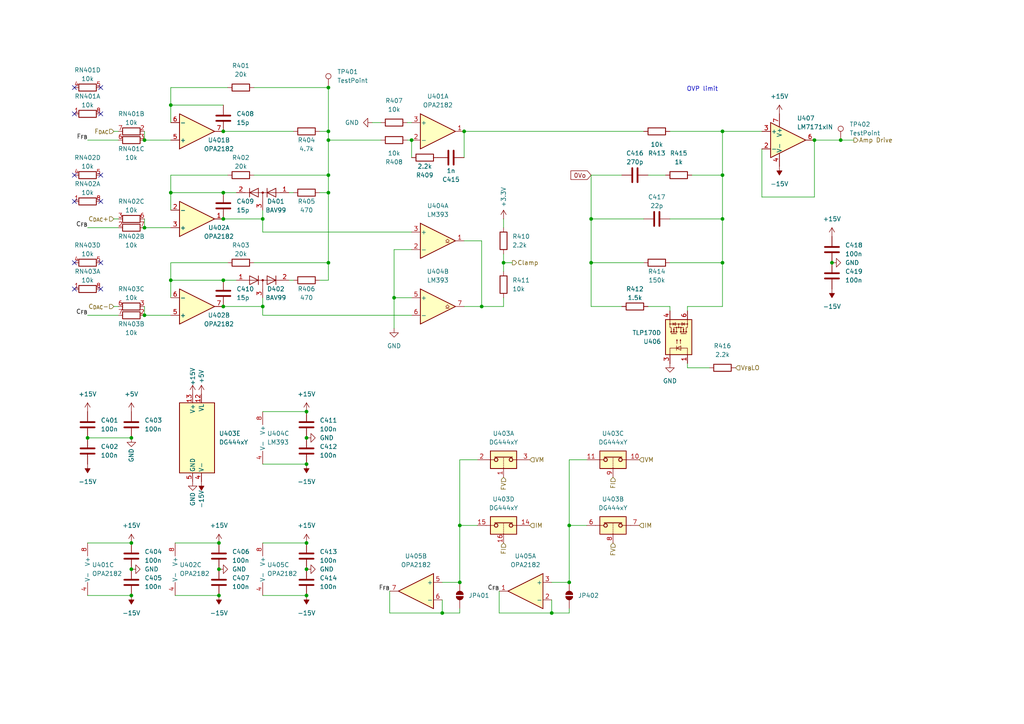
<source format=kicad_sch>
(kicad_sch (version 20231120) (generator "eeschema") (generator_version "8.0")
  (paper "A4")
  (title_block (title "DSMU A1 - Main Analogue Board, Crossover Amplifiers") (rev "DRAFT 1") (company "Fuckup Industries") (comment 1 "Add OVP limit?"))
  (lib_symbols
    (symbol "Amplifier_Operational:LM7171xIN" (pin_names (offset 0.127))
      (property "Reference" "U" (at 0 6.35 0))
      (property "Value" "LM7171xIN" (at 0 3.81 0))
      (symbol "LM7171xIN_1_1"
        (polyline (pts (xy -5.08 5.08) (xy 5.08 0) (xy -5.08 -5.08) (xy -5.08 5.08)) (stroke (width 0.254)) (fill (type background)))
        (pin no_connect line (at 0 2.54 270) (length 5.08) hide (name "NC") (number "1"))
        (pin input line (at -7.62 -2.54 0) (length 2.54) (name "-") (number "2"))
        (pin input line (at -7.62 2.54 0) (length 2.54) (name "+") (number "3"))
        (pin power_in line (at -2.54 -7.62 90) (length 3.81) (name "V-") (number "4"))
        (pin no_connect line (at 0 -2.54 90) (length 5.08) hide (name "NC") (number "5"))
        (pin output line (at 7.62 0 180) (length 2.54) (name "~") (number "6"))
        (pin power_in line (at -2.54 7.62 270) (length 3.81) (name "V+") (number "7"))
        (pin no_connect line (at 2.54 -1.27 90) (length 6.35) hide (name "NC") (number "8"))
      )
    )
    (symbol "Analog_Switch:DG411xY" (pin_names (offset 0.254))
      (property "Reference" "U" (at -3.175 5.334 0))
      (property "Value" "DG411xY" (at -3.175 3.556 0))
      (symbol "DG411xY_1_1"
        (rectangle (start -3.81 2.54) (end 3.81 -2.54) (stroke (width 0.254)) (fill (type background)))
        (circle (center -2.159 0) (radius 0.508) (stroke (width 0.254)))
        (polyline (pts (xy -5.08 0) (xy -2.794 0)))
        (polyline (pts (xy -2.54 0.762) (xy 2.54 0.762)) (stroke (width 0.254)))
        (polyline (pts (xy 0 -2.54) (xy 0 -2.032)))
        (polyline (pts (xy 0 -1.778) (xy 0 -1.524)))
        (polyline (pts (xy 0 -1.27) (xy 0 -1.016)))
        (polyline (pts (xy 0 -0.762) (xy 0 -0.508)))
        (polyline (pts (xy 0 -0.254) (xy 0 0)))
        (polyline (pts (xy 0 0.254) (xy 0 0.508)))
        (polyline (pts (xy 5.08 0) (xy 2.794 0)))
        (circle (center 2.159 0) (radius 0.508) (stroke (width 0.254)))
        (pin input line (at 0 -5.08 90) (length 2.54) (name "~") (number "1"))
        (pin passive line (at -7.62 0 0) (length 2.54) (name "~") (number "2"))
        (pin passive line (at 7.62 0 180) (length 2.54) (name "~") (number "3"))
      )
      (symbol "DG411xY_2_1"
        (rectangle (start -3.81 2.54) (end 3.81 -2.54) (stroke (width 0.254)) (fill (type background)))
        (circle (center -2.159 0) (radius 0.508) (stroke (width 0.254)))
        (polyline (pts (xy -5.08 0) (xy -2.794 0)))
        (polyline (pts (xy -2.54 0.762) (xy 2.54 0.762)) (stroke (width 0.254)))
        (polyline (pts (xy 0 -2.54) (xy 0 -2.032)))
        (polyline (pts (xy 0 -1.778) (xy 0 -1.524)))
        (polyline (pts (xy 0 -1.27) (xy 0 -1.016)))
        (polyline (pts (xy 0 -0.762) (xy 0 -0.508)))
        (polyline (pts (xy 0 -0.254) (xy 0 0)))
        (polyline (pts (xy 0 0.254) (xy 0 0.508)))
        (polyline (pts (xy 5.08 0) (xy 2.794 0)))
        (circle (center 2.159 0) (radius 0.508) (stroke (width 0.254)))
        (pin passive line (at -7.62 0 0) (length 2.54) (name "~") (number "6"))
        (pin passive line (at 7.62 0 180) (length 2.54) (name "~") (number "7"))
        (pin input line (at 0 -5.08 90) (length 2.54) (name "~") (number "8"))
      )
      (symbol "DG411xY_3_1"
        (rectangle (start -3.81 2.54) (end 3.81 -2.54) (stroke (width 0.254)) (fill (type background)))
        (circle (center -2.159 0) (radius 0.508) (stroke (width 0.254)))
        (polyline (pts (xy -5.08 0) (xy -2.794 0)))
        (polyline (pts (xy -2.54 0.762) (xy 2.54 0.762)) (stroke (width 0.254)))
        (polyline (pts (xy 0 -2.54) (xy 0 -2.032)))
        (polyline (pts (xy 0 -1.778) (xy 0 -1.524)))
        (polyline (pts (xy 0 -1.27) (xy 0 -1.016)))
        (polyline (pts (xy 0 -0.762) (xy 0 -0.508)))
        (polyline (pts (xy 0 -0.254) (xy 0 0)))
        (polyline (pts (xy 0 0.254) (xy 0 0.508)))
        (polyline (pts (xy 5.08 0) (xy 2.794 0)))
        (circle (center 2.159 0) (radius 0.508) (stroke (width 0.254)))
        (pin passive line (at -7.62 0 0) (length 2.54) (name "~") (number "10"))
        (pin passive line (at 7.62 0 180) (length 2.54) (name "~") (number "11"))
        (pin input line (at 0 -5.08 90) (length 2.54) (name "~") (number "9"))
      )
      (symbol "DG411xY_4_1"
        (rectangle (start -3.81 2.54) (end 3.81 -2.54) (stroke (width 0.254)) (fill (type background)))
        (circle (center -2.159 0) (radius 0.508) (stroke (width 0.254)))
        (polyline (pts (xy -5.08 0) (xy -2.794 0)))
        (polyline (pts (xy -2.54 0.762) (xy 2.54 0.762)) (stroke (width 0.254)))
        (polyline (pts (xy 0 -2.54) (xy 0 -2.032)))
        (polyline (pts (xy 0 -1.778) (xy 0 -1.524)))
        (polyline (pts (xy 0 -1.27) (xy 0 -1.016)))
        (polyline (pts (xy 0 -0.762) (xy 0 -0.508)))
        (polyline (pts (xy 0 -0.254) (xy 0 0)))
        (polyline (pts (xy 0 0.254) (xy 0 0.508)))
        (polyline (pts (xy 5.08 0) (xy 2.794 0)))
        (circle (center 2.159 0) (radius 0.508) (stroke (width 0.254)))
        (pin passive line (at 7.62 0 180) (length 2.54) (name "~") (number "14"))
        (pin passive line (at -7.62 0 0) (length 2.54) (name "~") (number "15"))
        (pin input line (at 0 -5.08 90) (length 2.54) (name "~") (number "16"))
      )
      (symbol "DG411xY_5_0"
        (pin power_in line (at 2.54 12.7 270) (length 2.54) (name "VL") (number "12"))
        (pin power_in line (at 0 12.7 270) (length 2.54) (name "V+") (number "13"))
        (pin power_in line (at 2.54 -12.7 90) (length 2.54) (name "V-") (number "4"))
        (pin power_in line (at 0 -12.7 90) (length 2.54) (name "GND") (number "5"))
      )
      (symbol "DG411xY_5_1"
        (rectangle (start -3.81 10.16) (end 6.35 -10.16) (stroke (width 0.254)) (fill (type background)))
      )
    )
    (symbol "Comparator:LM393" (pin_names (offset 0.127))
      (property "Reference" "U" (at 3.81 3.81 0))
      (property "Value" "LM393" (at 6.35 -3.81 0))
      (symbol "LM393_1_1"
        (polyline (pts (xy -5.08 5.08) (xy 5.08 0) (xy -5.08 -5.08) (xy -5.08 5.08)) (stroke (width 0.254)) (fill (type background)))
        (polyline (pts (xy 3.302 -0.508) (xy 2.794 -0.508) (xy 3.302 0) (xy 2.794 0.508) (xy 2.286 0) (xy 2.794 -0.508) (xy 2.286 -0.508)) (stroke (width 0.127)))
        (pin open_collector line (at 7.62 0 180) (length 2.54) (name "~") (number "1"))
        (pin input line (at -7.62 -2.54 0) (length 2.54) (name "-") (number "2"))
        (pin input line (at -7.62 2.54 0) (length 2.54) (name "+") (number "3"))
      )
      (symbol "LM393_2_1"
        (polyline (pts (xy -5.08 5.08) (xy 5.08 0) (xy -5.08 -5.08) (xy -5.08 5.08)) (stroke (width 0.254)) (fill (type background)))
        (polyline (pts (xy 3.302 -0.508) (xy 2.794 -0.508) (xy 3.302 0) (xy 2.794 0.508) (xy 2.286 0) (xy 2.794 -0.508) (xy 2.286 -0.508)) (stroke (width 0.127)))
        (pin input line (at -7.62 2.54 0) (length 2.54) (name "+") (number "5"))
        (pin input line (at -7.62 -2.54 0) (length 2.54) (name "-") (number "6"))
        (pin open_collector line (at 7.62 0 180) (length 2.54) (name "~") (number "7"))
      )
      (symbol "LM393_3_1"
        (pin power_in line (at -2.54 -7.62 90) (length 3.81) (name "V-") (number "4"))
        (pin power_in line (at -2.54 7.62 270) (length 3.81) (name "V+") (number "8"))
      )
    )
    (symbol "Connector:TestPoint" (pin_numbers hide) (pin_names (offset 0.762) hide)
      (property "Reference" "TP" (at 0 6.858 0))
      (property "Value" "TestPoint" (at 0 5.08 0))
      (symbol "TestPoint_0_1"
        (circle (center 0 3.302) (radius 0.762))
      )
      (symbol "TestPoint_1_1"
        (pin passive line (at 0 0 90) (length 2.54) (name "1") (number "1"))
      )
    )
    (symbol "Device:C" (pin_numbers hide) (pin_names (offset 0.254))
      (property "Reference" "C" (at 0.635 2.54 0))
      (property "Value" "C" (at 0.635 -2.54 0))
      (symbol "C_0_1"
        (polyline (pts (xy -2.032 -0.762) (xy 2.032 -0.762)) (stroke (width 0.508)))
        (polyline (pts (xy -2.032 0.762) (xy 2.032 0.762)) (stroke (width 0.508)))
      )
      (symbol "C_1_1"
        (pin passive line (at 0 3.81 270) (length 2.794) (name "~") (number "1"))
        (pin passive line (at 0 -3.81 90) (length 2.794) (name "~") (number "2"))
      )
    )
    (symbol "Device:R" (pin_numbers hide) (pin_names (offset 0))
      (property "Reference" "R" (at 2.032 0 90))
      (property "Value" "R" (at 0 0 90))
      (symbol "R_0_1"
        (rectangle (start -1.016 -2.54) (end 1.016 2.54) (stroke (width 0.254)))
      )
      (symbol "R_1_1"
        (pin passive line (at 0 3.81 270) (length 1.27) (name "~") (number "1"))
        (pin passive line (at 0 -3.81 90) (length 1.27) (name "~") (number "2"))
      )
    )
    (symbol "Device:R_Pack04_Split" (pin_names (offset 0) hide)
      (property "Reference" "RN" (at 2.032 0 90))
      (property "Value" "R_Pack04_Split" (at 0 0 90))
      (symbol "R_Pack04_Split_0_1"
        (rectangle (start 1.016 2.54) (end -1.016 -2.54) (stroke (width 0.254)))
      )
      (symbol "R_Pack04_Split_1_1"
        (pin passive line (at 0 -3.81 90) (length 1.27) (name "R1.1") (number "1"))
        (pin passive line (at 0 3.81 270) (length 1.27) (name "R1.2") (number "8"))
      )
      (symbol "R_Pack04_Split_2_1"
        (pin passive line (at 0 -3.81 90) (length 1.27) (name "R2.1") (number "2"))
        (pin passive line (at 0 3.81 270) (length 1.27) (name "R2.2") (number "7"))
      )
      (symbol "R_Pack04_Split_3_1"
        (pin passive line (at 0 -3.81 90) (length 1.27) (name "R3.1") (number "3"))
        (pin passive line (at 0 3.81 270) (length 1.27) (name "R3.2") (number "6"))
      )
      (symbol "R_Pack04_Split_4_1"
        (pin passive line (at 0 -3.81 90) (length 1.27) (name "R4.1") (number "4"))
        (pin passive line (at 0 3.81 270) (length 1.27) (name "R4.2") (number "5"))
      )
    )
    (symbol "Diode:BAV99" (pin_names hide)
      (property "Reference" "D" (at 0 5.08 0))
      (property "Value" "BAV99" (at 0 2.54 0))
      (symbol "BAV99_0_1"
        (polyline (pts (xy -5.08 0) (xy 5.08 0)))
      )
      (symbol "BAV99_1_1"
        (polyline (pts (xy 0 0) (xy 0 -2.54)))
        (polyline (pts (xy -1.27 -1.27) (xy -1.27 1.27) (xy -1.27 1.27)) (stroke (width 0.2032)))
        (polyline (pts (xy 3.81 1.27) (xy 3.81 -1.27) (xy 3.81 -1.27)) (stroke (width 0.2032)))
        (polyline (pts (xy -3.81 1.27) (xy -1.27 0) (xy -3.81 -1.27) (xy -3.81 1.27) (xy -3.81 1.27) (xy -3.81 1.27)) (stroke (width 0.2032)))
        (polyline (pts (xy 1.27 1.27) (xy 3.81 0) (xy 1.27 -1.27) (xy 1.27 1.27) (xy 1.27 1.27) (xy 1.27 1.27)) (stroke (width 0.2032)))
        (circle (center 0 0) (radius 0.254) (fill (type outline)))
        (pin passive line (at -7.62 0 0) (length 2.54) (name "K") (number "1"))
        (pin passive line (at 7.62 0 180) (length 2.54) (name "A") (number "2"))
        (pin passive line (at 0 -5.08 90) (length 2.54) (name "K") (number "3"))
      )
    )
    (symbol "GND_1" (power) (pin_numbers hide) (pin_names (offset 0) hide)
      (property "Value" "GND" (at 0 -3.81 0))
      (symbol "GND_1_0_1"
        (polyline (pts (xy 0 0) (xy 0 -1.27) (xy 1.27 -1.27) (xy 0 -2.54) (xy -1.27 -1.27) (xy 0 -1.27)))
      )
      (symbol "GND_1_1_1"
        (pin power_in line (at 0 0 270) (length 0) (name "~") (number "1"))
      )
    )
    (symbol "Jumper:SolderJumper_2_Open" (pin_numbers hide) (pin_names (offset 0) hide) (exclude_from_sim yes) (in_bom no)
      (property "Reference" "JP" (at 0 2.032 0))
      (property "Value" "SolderJumper_2_Open" (at 0 -2.54 0))
      (symbol "SolderJumper_2_Open_0_1"
        (arc (start -0.254 1.016) (mid -1.2656 0) (end -0.254 -1.016))
        (arc (start -0.254 1.016) (mid -1.2656 0) (end -0.254 -1.016) (fill (type outline)))
        (polyline (pts (xy -0.254 1.016) (xy -0.254 -1.016)))
        (polyline (pts (xy 0.254 1.016) (xy 0.254 -1.016)))
        (arc (start 0.254 -1.016) (mid 1.2656 0) (end 0.254 1.016))
        (arc (start 0.254 -1.016) (mid 1.2656 0) (end 0.254 1.016) (fill (type outline)))
      )
      (symbol "SolderJumper_2_Open_1_1"
        (pin passive line (at -3.81 0 0) (length 2.54) (name "A") (number "1"))
        (pin passive line (at 3.81 0 180) (length 2.54) (name "B") (number "2"))
      )
    )
    (symbol "Relay_SolidState:TLP175A"
      (property "Reference" "U" (at -5.08 4.953 0))
      (property "Value" "TLP175A" (at -5.08 -5.08 0))
      (symbol "TLP175A_0_1"
        (rectangle (start -5.08 3.81) (end 5.08 -3.81) (stroke (width 0.254)) (fill (type background)))
        (polyline (pts (xy -3.81 -0.635) (xy -2.54 -0.635)))
        (polyline (pts (xy 1.016 -0.635) (xy 1.016 -2.159)) (stroke (width 0.2032)))
        (polyline (pts (xy 1.016 2.159) (xy 1.016 0.635)) (stroke (width 0.2032)))
        (polyline (pts (xy 1.524 -0.508) (xy 1.524 -0.762)) (stroke (width 0.3556)))
        (polyline (pts (xy 2.794 0) (xy 3.81 0)))
        (polyline (pts (xy 3.429 -1.651) (xy 4.191 -1.651)))
        (polyline (pts (xy 3.429 1.651) (xy 4.191 1.651)))
        (polyline (pts (xy 3.81 -2.54) (xy 3.81 2.54)))
        (polyline (pts (xy 1.524 -2.032) (xy 1.524 -2.286) (xy 1.524 -2.286)) (stroke (width 0.3556)))
        (polyline (pts (xy 1.524 -1.27) (xy 1.524 -1.524) (xy 1.524 -1.524)) (stroke (width 0.3556)))
        (polyline (pts (xy 1.524 0.762) (xy 1.524 0.508) (xy 1.524 0.508)) (stroke (width 0.3556)))
        (polyline (pts (xy 1.524 1.524) (xy 1.524 1.27) (xy 1.524 1.27)) (stroke (width 0.3556)))
        (polyline (pts (xy 1.524 2.286) (xy 1.524 2.032) (xy 1.524 2.032)) (stroke (width 0.3556)))
        (polyline (pts (xy 1.651 -1.397) (xy 2.794 -1.397) (xy 2.794 -0.635)))
        (polyline (pts (xy 1.651 1.397) (xy 2.794 1.397) (xy 2.794 0.635)))
        (polyline (pts (xy -5.08 2.54) (xy -3.175 2.54) (xy -3.175 -2.54) (xy -5.08 -2.54)))
        (polyline (pts (xy -3.175 -0.635) (xy -3.81 0.635) (xy -2.54 0.635) (xy -3.175 -0.635)))
        (polyline (pts (xy 1.651 -2.159) (xy 2.794 -2.159) (xy 2.794 -2.54) (xy 5.08 -2.54)))
        (polyline (pts (xy 1.651 -0.635) (xy 2.794 -0.635) (xy 2.794 0.635) (xy 1.651 0.635)))
        (polyline (pts (xy 1.651 2.159) (xy 2.794 2.159) (xy 2.794 2.54) (xy 5.08 2.54)))
        (polyline (pts (xy 1.778 -1.397) (xy 2.286 -1.27) (xy 2.286 -1.524) (xy 1.778 -1.397)))
        (polyline (pts (xy 1.778 1.397) (xy 2.286 1.524) (xy 2.286 1.27) (xy 1.778 1.397)))
        (polyline (pts (xy 3.81 -1.651) (xy 3.429 -0.889) (xy 4.191 -0.889) (xy 3.81 -1.651)))
        (polyline (pts (xy 3.81 1.651) (xy 3.429 0.889) (xy 4.191 0.889) (xy 3.81 1.651)))
        (polyline (pts (xy -1.905 -0.508) (xy -0.635 -0.508) (xy -1.016 -0.635) (xy -1.016 -0.381) (xy -0.635 -0.508)))
        (polyline (pts (xy -1.905 0.508) (xy -0.635 0.508) (xy -1.016 0.381) (xy -1.016 0.635) (xy -0.635 0.508)))
        (circle (center 2.794 -0.635) (radius 0.127))
        (circle (center 2.794 0) (radius 0.127))
        (circle (center 2.794 0.635) (radius 0.127))
        (circle (center 3.81 -2.54) (radius 0.127))
        (circle (center 3.81 0) (radius 0.127))
        (circle (center 3.81 2.54) (radius 0.127))
      )
      (symbol "TLP175A_1_1"
        (pin passive line (at -7.62 2.54 0) (length 2.54) (name "~") (number "1"))
        (pin passive line (at -7.62 -2.54 0) (length 2.54) (name "~") (number "3"))
        (pin passive line (at 7.62 -2.54 180) (length 2.54) (name "~") (number "4"))
        (pin passive line (at 7.62 2.54 180) (length 2.54) (name "~") (number "6"))
      )
    )
    (symbol "opax182:OPA2182" (pin_names (offset 0.127))
      (property "Reference" "U" (at 0 5.08 0))
      (property "Value" "OPA2182" (at 0 -5.08 0))
      (symbol "OPA2182_1_1"
        (polyline (pts (xy -5.08 5.08) (xy 5.08 0) (xy -5.08 -5.08) (xy -5.08 5.08)) (stroke (width 0.254)) (fill (type background)))
        (pin output line (at 7.62 0 180) (length 2.54) (name "~") (number "1"))
        (pin input line (at -7.62 -2.54 0) (length 2.54) (name "-") (number "2"))
        (pin input line (at -7.62 2.54 0) (length 2.54) (name "+") (number "3"))
      )
      (symbol "OPA2182_2_1"
        (polyline (pts (xy -5.08 5.08) (xy 5.08 0) (xy -5.08 -5.08) (xy -5.08 5.08)) (stroke (width 0.254)) (fill (type background)))
        (pin input line (at -7.62 2.54 0) (length 2.54) (name "+") (number "5"))
        (pin input line (at -7.62 -2.54 0) (length 2.54) (name "-") (number "6"))
        (pin output line (at 7.62 0 180) (length 2.54) (name "~") (number "7"))
      )
      (symbol "OPA2182_3_1"
        (pin power_in line (at -2.54 -7.62 90) (length 3.81) (name "V-") (number "4"))
        (pin power_in line (at -2.54 7.62 270) (length 3.81) (name "V+") (number "8"))
      )
    )
    (symbol "power:+15V" (power) (pin_names (offset 0))
      (property "Value" "+15V" (at 0 3.556 0))
      (symbol "+15V_0_1"
        (polyline (pts (xy -0.762 1.27) (xy 0 2.54)))
        (polyline (pts (xy 0 0) (xy 0 2.54)))
        (polyline (pts (xy 0 2.54) (xy 0.762 1.27)))
      )
      (symbol "+15V_1_1"
        (pin power_in line (at 0 0 90) (length 0) hide (name "+15V") (number "1"))
      )
    )
    (symbol "power:+3.3V" (power) (pin_numbers hide) (pin_names (offset 0) hide)
      (property "Value" "+3.3V" (at 0 3.556 0))
      (symbol "+3.3V_0_1"
        (polyline (pts (xy -0.762 1.27) (xy 0 2.54)))
        (polyline (pts (xy 0 0) (xy 0 2.54)))
        (polyline (pts (xy 0 2.54) (xy 0.762 1.27)))
      )
      (symbol "+3.3V_1_1"
        (pin power_in line (at 0 0 90) (length 0) (name "~") (number "1"))
      )
    )
    (symbol "power:+5V" (power) (pin_names (offset 0))
      (property "Value" "+5V" (at 0 3.556 0))
      (symbol "+5V_0_1"
        (polyline (pts (xy -0.762 1.27) (xy 0 2.54)))
        (polyline (pts (xy 0 0) (xy 0 2.54)))
        (polyline (pts (xy 0 2.54) (xy 0.762 1.27)))
      )
      (symbol "+5V_1_1"
        (pin power_in line (at 0 0 90) (length 0) hide (name "+5V") (number "1"))
      )
    )
    (symbol "power:-15V" (power) (pin_names (offset 0))
      (property "Value" "-15V" (at 0 3.81 0))
      (symbol "-15V_0_0"
        (pin power_in line (at 0 0 90) (length 0) hide (name "-15V") (number "1"))
      )
      (symbol "-15V_0_1"
        (polyline (pts (xy 0 0) (xy 0 1.27) (xy 0.762 1.27) (xy 0 2.54) (xy -0.762 1.27) (xy 0 1.27)) (fill (type outline)))
      )
    )
    (symbol "power:GND" (power) (pin_names (offset 0))
      (property "Value" "GND" (at 0 -3.81 0))
      (symbol "GND_0_1"
        (polyline (pts (xy 0 0) (xy 0 -1.27) (xy 1.27 -1.27) (xy 0 -2.54) (xy -1.27 -1.27) (xy 0 -1.27)))
      )
      (symbol "GND_1_1"
        (pin power_in line (at 0 0 270) (length 0) hide (name "GND") (number "1"))
      )
    )
  )
  (junction (at 38.1 157.48))
  (junction (at 88.9 134.62))
  (junction (at 64.77 81.28))
  (junction (at 64.77 38.1))
  (junction (at 241.3 76.2))
  (junction (at 88.9 172.72))
  (junction (at 95.25 55.88))
  (junction (at 146.05 76.2))
  (junction (at 243.84 40.64))
  (junction (at 128.27 177.8))
  (junction (at 95.25 50.8))
  (junction (at 38.1 127))
  (junction (at 134.62 38.1))
  (junction (at 76.2 63.5))
  (junction (at 165.1 168.91))
  (junction (at 95.25 76.2))
  (junction (at 49.53 30.48))
  (junction (at 133.35 168.91))
  (junction (at 64.77 63.5))
  (junction (at 88.9 119.38))
  (junction (at 171.45 63.5))
  (junction (at 133.35 152.4))
  (junction (at 64.77 88.9))
  (junction (at 38.1 172.72))
  (junction (at 41.91 40.64))
  (junction (at 63.5 165.1))
  (junction (at 49.53 81.28))
  (junction (at 160.02 177.8))
  (junction (at 209.55 63.5))
  (junction (at 95.25 38.1))
  (junction (at 209.55 76.2))
  (junction (at 88.9 157.48))
  (junction (at 236.22 40.64))
  (junction (at 209.55 50.8))
  (junction (at 165.1 152.4))
  (junction (at 63.5 157.48))
  (junction (at 76.2 88.9))
  (junction (at 119.38 40.64))
  (junction (at 95.25 25.4))
  (junction (at 38.1 165.1))
  (junction (at 114.3 86.36))
  (junction (at 139.7 88.9))
  (junction (at 209.55 38.1))
  (junction (at 95.25 40.64))
  (junction (at 64.77 55.88))
  (junction (at 88.9 165.1))
  (junction (at 49.53 55.88))
  (junction (at 25.4 127))
  (junction (at 41.91 91.44))
  (junction (at 88.9 127))
  (junction (at 63.5 172.72))
  (junction (at 41.91 66.04))
  (junction (at 171.45 76.2))
  (no_connect (at 29.21 58.42))
  (no_connect (at 29.21 76.2))
  (no_connect (at 29.21 50.8))
  (no_connect (at 29.21 25.4))
  (no_connect (at 21.59 83.82))
  (no_connect (at 21.59 33.02))
  (no_connect (at 21.59 25.4))
  (no_connect (at 21.59 50.8))
  (no_connect (at 29.21 33.02))
  (no_connect (at 21.59 58.42))
  (no_connect (at 21.59 76.2))
  (no_connect (at 29.21 83.82))
  (wire (pts (xy 114.3 86.36) (xy 114.3 95.25)))
  (wire (pts (xy 171.45 88.9) (xy 180.34 88.9)))
  (wire (pts (xy 49.53 30.48) (xy 64.77 30.48)))
  (wire (pts (xy 128.27 177.8) (xy 113.03 177.8)))
  (wire (pts (xy 209.55 63.5) (xy 209.55 50.8)))
  (wire (pts (xy 95.25 50.8) (xy 95.25 55.88)))
  (wire (pts (xy 194.31 76.2) (xy 209.55 76.2)))
  (wire (pts (xy 95.25 55.88) (xy 92.71 55.88)))
  (wire (pts (xy 41.91 91.44) (xy 49.53 91.44)))
  (wire (pts (xy 160.02 168.91) (xy 165.1 168.91)))
  (wire (pts (xy 220.98 43.18) (xy 220.98 57.15)))
  (wire (pts (xy 236.22 40.64) (xy 236.22 57.15)))
  (wire (pts (xy 199.39 106.68) (xy 199.39 105.41)))
  (wire (pts (xy 170.18 133.35) (xy 165.1 133.35)))
  (wire (pts (xy 146.05 76.2) (xy 148.59 76.2)))
  (wire (pts (xy 205.74 106.68) (xy 199.39 106.68)))
  (wire (pts (xy 146.05 76.2) (xy 146.05 78.74)))
  (wire (pts (xy 49.53 50.8) (xy 49.53 55.88)))
  (wire (pts (xy 134.62 69.85) (xy 139.7 69.85)))
  (wire (pts (xy 49.53 81.28) (xy 64.77 81.28)))
  (wire (pts (xy 73.66 50.8) (xy 95.25 50.8)))
  (wire (pts (xy 199.39 90.17) (xy 199.39 88.9)))
  (wire (pts (xy 114.3 86.36) (xy 119.38 86.36)))
  (wire (pts (xy 49.53 55.88) (xy 64.77 55.88)))
  (wire (pts (xy 133.35 152.4) (xy 133.35 168.91)))
  (wire (pts (xy 165.1 177.8) (xy 160.02 177.8)))
  (wire (pts (xy 171.45 76.2) (xy 171.45 88.9)))
  (wire (pts (xy 133.35 176.53) (xy 133.35 177.8)))
  (wire (pts (xy 171.45 76.2) (xy 186.69 76.2)))
  (wire (pts (xy 76.2 134.62) (xy 88.9 134.62)))
  (wire (pts (xy 134.62 38.1) (xy 186.69 38.1)))
  (wire (pts (xy 41.91 66.04) (xy 49.53 66.04)))
  (wire (pts (xy 33.02 88.9) (xy 34.29 88.9)))
  (wire (pts (xy 187.96 88.9) (xy 194.31 88.9)))
  (wire (pts (xy 83.82 55.88) (xy 85.09 55.88)))
  (wire (pts (xy 41.91 40.64) (xy 49.53 40.64)))
  (wire (pts (xy 146.05 88.9) (xy 139.7 88.9)))
  (wire (pts (xy 76.2 119.38) (xy 88.9 119.38)))
  (wire (pts (xy 128.27 173.99) (xy 128.27 177.8)))
  (wire (pts (xy 41.91 63.5) (xy 41.91 66.04)))
  (wire (pts (xy 95.25 40.64) (xy 95.25 50.8)))
  (wire (pts (xy 25.4 40.64) (xy 34.29 40.64)))
  (wire (pts (xy 33.02 38.1) (xy 34.29 38.1)))
  (wire (pts (xy 76.2 67.31) (xy 119.38 67.31)))
  (wire (pts (xy 146.05 86.36) (xy 146.05 88.9)))
  (wire (pts (xy 95.25 38.1) (xy 95.25 25.4)))
  (wire (pts (xy 76.2 157.48) (xy 88.9 157.48)))
  (wire (pts (xy 220.98 57.15) (xy 236.22 57.15)))
  (wire (pts (xy 76.2 91.44) (xy 119.38 91.44)))
  (wire (pts (xy 25.4 66.04) (xy 34.29 66.04)))
  (wire (pts (xy 95.25 81.28) (xy 92.71 81.28)))
  (wire (pts (xy 64.77 38.1) (xy 85.09 38.1)))
  (wire (pts (xy 95.25 40.64) (xy 95.25 38.1)))
  (wire (pts (xy 50.8 172.72) (xy 63.5 172.72)))
  (wire (pts (xy 64.77 55.88) (xy 68.58 55.88)))
  (wire (pts (xy 243.84 40.64) (xy 247.65 40.64)))
  (wire (pts (xy 66.04 50.8) (xy 49.53 50.8)))
  (wire (pts (xy 144.78 171.45) (xy 144.78 177.8)))
  (wire (pts (xy 199.39 88.9) (xy 209.55 88.9)))
  (wire (pts (xy 118.11 35.56) (xy 119.38 35.56)))
  (wire (pts (xy 209.55 38.1) (xy 220.98 38.1)))
  (wire (pts (xy 165.1 176.53) (xy 165.1 177.8)))
  (wire (pts (xy 133.35 177.8) (xy 128.27 177.8)))
  (wire (pts (xy 64.77 88.9) (xy 76.2 88.9)))
  (wire (pts (xy 139.7 88.9) (xy 134.62 88.9)))
  (wire (pts (xy 49.53 86.36) (xy 49.53 81.28)))
  (wire (pts (xy 64.77 63.5) (xy 76.2 63.5)))
  (wire (pts (xy 76.2 63.5) (xy 76.2 60.96)))
  (wire (pts (xy 114.3 72.39) (xy 114.3 86.36)))
  (wire (pts (xy 194.31 63.5) (xy 209.55 63.5)))
  (wire (pts (xy 133.35 133.35) (xy 138.43 133.35)))
  (wire (pts (xy 187.96 50.8) (xy 193.04 50.8)))
  (wire (pts (xy 25.4 91.44) (xy 34.29 91.44)))
  (wire (pts (xy 139.7 69.85) (xy 139.7 88.9)))
  (wire (pts (xy 25.4 172.72) (xy 38.1 172.72)))
  (wire (pts (xy 209.55 50.8) (xy 209.55 38.1)))
  (wire (pts (xy 119.38 72.39) (xy 114.3 72.39)))
  (wire (pts (xy 209.55 76.2) (xy 209.55 63.5)))
  (wire (pts (xy 49.53 76.2) (xy 66.04 76.2)))
  (wire (pts (xy 76.2 88.9) (xy 76.2 86.36)))
  (wire (pts (xy 146.05 73.66) (xy 146.05 76.2)))
  (wire (pts (xy 113.03 177.8) (xy 113.03 171.45)))
  (wire (pts (xy 33.02 63.5) (xy 34.29 63.5)))
  (wire (pts (xy 165.1 168.91) (xy 165.1 152.4)))
  (wire (pts (xy 200.66 50.8) (xy 209.55 50.8)))
  (wire (pts (xy 85.09 81.28) (xy 83.82 81.28)))
  (wire (pts (xy 41.91 88.9) (xy 41.91 91.44)))
  (wire (pts (xy 49.53 60.96) (xy 49.53 55.88)))
  (wire (pts (xy 95.25 76.2) (xy 95.25 55.88)))
  (wire (pts (xy 66.04 25.4) (xy 49.53 25.4)))
  (wire (pts (xy 49.53 25.4) (xy 49.53 30.48)))
  (wire (pts (xy 133.35 152.4) (xy 133.35 133.35)))
  (wire (pts (xy 25.4 127) (xy 38.1 127)))
  (wire (pts (xy 180.34 50.8) (xy 171.45 50.8)))
  (wire (pts (xy 107.95 35.56) (xy 110.49 35.56)))
  (wire (pts (xy 128.27 168.91) (xy 133.35 168.91)))
  (wire (pts (xy 160.02 177.8) (xy 160.02 173.99)))
  (wire (pts (xy 76.2 88.9) (xy 76.2 91.44)))
  (wire (pts (xy 134.62 38.1) (xy 134.62 45.72)))
  (wire (pts (xy 119.38 40.64) (xy 119.38 45.72)))
  (wire (pts (xy 95.25 76.2) (xy 95.25 81.28)))
  (wire (pts (xy 64.77 81.28) (xy 68.58 81.28)))
  (wire (pts (xy 171.45 50.8) (xy 171.45 63.5)))
  (wire (pts (xy 95.25 40.64) (xy 110.49 40.64)))
  (wire (pts (xy 76.2 63.5) (xy 76.2 67.31)))
  (wire (pts (xy 236.22 40.64) (xy 243.84 40.64)))
  (wire (pts (xy 194.31 88.9) (xy 194.31 90.17)))
  (wire (pts (xy 165.1 152.4) (xy 170.18 152.4)))
  (wire (pts (xy 194.31 38.1) (xy 209.55 38.1)))
  (wire (pts (xy 171.45 63.5) (xy 171.45 76.2)))
  (wire (pts (xy 50.8 157.48) (xy 63.5 157.48)))
  (wire (pts (xy 95.25 25.4) (xy 73.66 25.4)))
  (wire (pts (xy 73.66 76.2) (xy 95.25 76.2)))
  (wire (pts (xy 165.1 133.35) (xy 165.1 152.4)))
  (wire (pts (xy 41.91 38.1) (xy 41.91 40.64)))
  (wire (pts (xy 49.53 35.56) (xy 49.53 30.48)))
  (wire (pts (xy 209.55 88.9) (xy 209.55 76.2)))
  (wire (pts (xy 92.71 38.1) (xy 95.25 38.1)))
  (wire (pts (xy 144.78 177.8) (xy 160.02 177.8)))
  (wire (pts (xy 138.43 152.4) (xy 133.35 152.4)))
  (wire (pts (xy 118.11 40.64) (xy 119.38 40.64)))
  (wire (pts (xy 25.4 157.48) (xy 38.1 157.48)))
  (wire (pts (xy 76.2 172.72) (xy 88.9 172.72)))
  (wire (pts (xy 49.53 81.28) (xy 49.53 76.2)))
  (wire (pts (xy 146.05 63.5) (xy 146.05 66.04)))
  (wire (pts (xy 171.45 63.5) (xy 186.69 63.5)))
  (text "OVP limit\n" (at 199.136 26.67 0) (effects (font (size 1.27 1.27)) (justify left bottom)))
  (label "C_{FB}" (at 25.4 91.44 180))
  (label "C_{FB}" (at 144.78 171.45 180))
  (label "F_{FB}" (at 113.03 171.45 180))
  (label "C_{FB}" (at 25.4 66.04 180))
  (label "F_{FB}" (at 25.4 40.64 180))
  (global_label "0Vo" (shape input) (at 171.45 50.8 180) (property "Intersheetrefs" "${INTERSHEET_REFS}" (effects (hide yes))))
  (hierarchical_label "FV" (shape input) (at 146.05 138.43 270))
  (hierarchical_label "C_{DAC}+" (shape input) (at 33.02 63.5 180))
  (hierarchical_label "V_{FB}LO" (shape input) (at 213.36 106.68 0))
  (hierarchical_label "IM" (shape input) (at 185.42 152.4 0))
  (hierarchical_label "F_{DAC}" (shape input) (at 33.02 38.1 180))
  (hierarchical_label "IM" (shape input) (at 153.67 152.4 0))
  (hierarchical_label "FI" (shape input) (at 177.8 138.43 270))
  (hierarchical_label "FI" (shape input) (at 146.05 157.48 270))
  (hierarchical_label "Amp Drive" (shape output) (at 247.65 40.64 0))
  (hierarchical_label "FV" (shape input) (at 177.8 157.48 270))
  (hierarchical_label "VM" (shape input) (at 153.67 133.35 0))
  (hierarchical_label "VM" (shape input) (at 185.42 133.35 0))
  (hierarchical_label "Clamp" (shape output) (at 148.59 76.2 0))
  (hierarchical_label "C_{DAC}-" (shape input) (at 33.02 88.9 180))
  (symbol (lib_id "Jumper:SolderJumper_2_Open") (at 133.35 172.72 90) (unit 1) (exclude_from_sim yes) (in_bom no)
    (property "Reference" "JP401" (at 135.89 172.72 90) (effects (justify right)))
    (property "Value" "SolderJumper_2_Open" (effects (hide yes)))
    (property "Footprint" "Jumper:SolderJumper-2_P1.3mm_Open_RoundedPad1.0x1.5mm" (effects (hide yes)))
    (property "Description" "Solder Jumper, 2-pole, open" (effects (hide yes)))
  )
  (symbol (lib_id "Device:C") (at 38.1 123.19 0) (unit 1)
    (property "Reference" "C403" (at 41.91 121.92 0) (effects (justify left)))
    (property "Value" "100n" (at 41.91 124.46 0) (effects (justify left)))
    (property "Footprint" "Capacitor_SMD:C_0603_1608Metric" (effects (hide yes)))
  )
  (symbol (lib_id "Analog_Switch:DG411xY") (at 146.05 133.35 0) (unit 1)
    (property "Reference" "U403" (at 146.05 125.73 0))
    (property "Value" "DG444xY" (at 146.05 128.27 0))
    (property "Footprint" "Package_SO:SOIC-16_3.9x9.9mm_P1.27mm" (effects (hide yes)))
    (property "Datasheet" "https://datasheets.maximintegrated.com/en/ds/DG411-DG413.pdf" (effects (hide yes)))
    (property "Description" "Quad SPST Monolithic CMOS Analog Switches, normally ON, 17Ohm Ron, SOIC-16" (effects (hide yes)))
  )
  (symbol (lib_id "Device:R") (at 88.9 81.28 90) (unit 1)
    (property "Reference" "R406" (at 88.9 83.82 90))
    (property "Value" "470" (at 88.9 86.36 90))
    (property "Footprint" "Resistor_SMD:R_0603_1608Metric" (effects (hide yes)))
  )
  (symbol (lib_id "Device:R") (at 146.05 82.55 180) (unit 1)
    (property "Reference" "R411" (at 148.59 81.28 0) (effects (justify right)))
    (property "Value" "10k" (at 148.59 83.82 0) (effects (justify right)))
    (property "Footprint" "Resistor_SMD:R_0603_1608Metric" (effects (hide yes)))
  )
  (symbol (lib_id "opax182:OPA2182") (at 120.65 171.45 0) (mirror y) (unit 2)
    (property "Reference" "U405" (at 120.65 161.29 0))
    (property "Value" "OPA2182" (at 120.65 163.83 0))
    (property "Footprint" "Package_SO:SOIC-8_3.9x4.9mm_P1.27mm" (effects (hide yes)))
    (property "Datasheet" "https://www.ti.com/lit/ds/symlink/opa2145.pdf" (effects (hide yes)))
  )
  (symbol (lib_id "Device:R_Pack04_Split") (at 25.4 25.4 270) (unit 4)
    (property "Reference" "RN401" (at 25.4 20.32 90))
    (property "Value" "10k" (at 25.4 22.86 90))
    (property "Footprint" "Resistor_SMD:R_Array_Concave_4x0603" (effects (hide yes)))
    (property "Description" "4 resistor network, parallel topology, split" (effects (hide yes)))
  )
  (symbol (lib_id "Device:R_Pack04_Split") (at 25.4 76.2 270) (unit 4)
    (property "Reference" "RN403" (at 25.4 71.12 90))
    (property "Value" "10k" (at 25.4 73.66 90))
    (property "Footprint" "Resistor_SMD:R_Array_Concave_4x0603" (effects (hide yes)))
    (property "Description" "4 resistor network, parallel topology, split" (effects (hide yes)))
  )
  (symbol (lib_id "power:+5V") (at 38.1 119.38 0) (unit 1)
    (property "Reference" "#PWR0403" (effects (hide yes)))
    (property "Value" "+5V" (at 38.1 114.3 0))
  )
  (symbol (lib_id "Device:R") (at 69.85 25.4 90) (unit 1)
    (property "Reference" "R401" (at 69.85 19.05 90))
    (property "Value" "20k" (at 69.85 21.59 90))
    (property "Footprint" "Resistor_SMD:R_0603_1608Metric" (effects (hide yes)))
  )
  (symbol (lib_id "Device:C") (at 88.9 161.29 0) (unit 1)
    (property "Reference" "C413" (at 92.71 160.02 0) (effects (justify left)))
    (property "Value" "100n" (at 92.71 162.56 0) (effects (justify left)))
    (property "Footprint" "Capacitor_SMD:C_0603_1608Metric" (effects (hide yes)))
  )
  (symbol (lib_id "Device:R_Pack04_Split") (at 25.4 83.82 270) (unit 1)
    (property "Reference" "RN403" (at 25.4 78.74 90))
    (property "Value" "10k" (at 25.4 81.28 90))
    (property "Footprint" "Resistor_SMD:R_Array_Concave_4x0603" (effects (hide yes)))
    (property "Description" "4 resistor network, parallel topology, split" (effects (hide yes)))
  )
  (symbol (lib_id "Device:C") (at 88.9 123.19 0) (unit 1)
    (property "Reference" "C411" (at 92.71 121.92 0) (effects (justify left)))
    (property "Value" "100n" (at 92.71 124.46 0) (effects (justify left)))
    (property "Footprint" "Capacitor_SMD:C_0603_1608Metric" (effects (hide yes)))
  )
  (symbol (lib_id "power:GND") (at 88.9 165.1 90) (unit 1)
    (property "Reference" "#PWR0419" (effects (hide yes)))
    (property "Value" "GND" (at 92.71 165.1 90) (effects (justify right)))
  )
  (symbol (lib_id "power:+15V") (at 226.06 33.02 0) (unit 1)
    (property "Reference" "#PWR0425" (effects (hide yes)))
    (property "Value" "+15V" (at 226.06 27.94 0))
  )
  (symbol (lib_id "Device:C") (at 241.3 80.01 0) (unit 1)
    (property "Reference" "C419" (at 245.11 78.74 0) (effects (justify left)))
    (property "Value" "100n" (at 245.11 81.28 0) (effects (justify left)))
    (property "Footprint" "Capacitor_SMD:C_0603_1608Metric" (effects (hide yes)))
  )
  (symbol (lib_id "Device:R") (at 88.9 38.1 90) (unit 1)
    (property "Reference" "R404" (at 88.9 40.64 90))
    (property "Value" "4.7k" (at 88.9 43.18 90))
    (property "Footprint" "Resistor_SMD:R_0603_1608Metric" (effects (hide yes)))
  )
  (symbol (lib_id "Device:C") (at 63.5 161.29 0) (unit 1)
    (property "Reference" "C406" (at 67.31 160.02 0) (effects (justify left)))
    (property "Value" "100n" (at 67.31 162.56 0) (effects (justify left)))
    (property "Footprint" "Capacitor_SMD:C_0603_1608Metric" (effects (hide yes)))
  )
  (symbol (lib_id "Device:R") (at 190.5 38.1 90) (mirror x) (unit 1)
    (property "Reference" "R413" (at 190.5 44.45 90))
    (property "Value" "10k" (at 190.5 41.91 90))
    (property "Footprint" "Resistor_SMD:R_0805_2012Metric" (effects (hide yes)))
  )
  (symbol (lib_id "Amplifier_Operational:LM7171xIN") (at 228.6 40.64 0) (unit 1)
    (property "Reference" "U407" (at 231.14 34.29 0) (effects (justify left)))
    (property "Value" "LM7171xIN" (at 231.14 36.83 0) (effects (justify left)))
    (property "Footprint" "Package_DIP:DIP-8_W7.62mm" (effects (hide yes)))
    (property "Datasheet" "https://www.ti.com/lit/ds/symlink/lm7171.pdf" (effects (hide yes)))
    (property "Description" "Single Very High Speed High Output Current Voltage Feedback Amplifier, DIP-8" (effects (hide yes)))
  )
  (symbol (lib_id "opax182:OPA2182") (at 53.34 165.1 0) (unit 3)
    (property "Reference" "U402" (at 52.07 163.83 0) (effects (justify left)))
    (property "Value" "OPA2182" (at 52.07 166.37 0) (effects (justify left)))
    (property "Footprint" "Package_SO:SOIC-8_3.9x4.9mm_P1.27mm" (effects (hide yes)))
    (property "Datasheet" "https://www.ti.com/lit/ds/symlink/opa2145.pdf" (effects (hide yes)))
  )
  (symbol (lib_id "Comparator:LM393") (at 127 88.9 0) (unit 2)
    (property "Reference" "U404" (at 127 78.74 0))
    (property "Value" "LM393" (at 127 81.28 0))
    (property "Footprint" "Package_SO:SOIC-8_3.9x4.9mm_P1.27mm" (effects (hide yes)))
    (property "Datasheet" "http://www.ti.com/lit/ds/symlink/lm393.pdf" (effects (hide yes)))
  )
  (symbol (lib_id "power:GND") (at 38.1 127 0) (unit 1)
    (property "Reference" "#PWR0404" (effects (hide yes)))
    (property "Value" "GND" (at 38.1 132.08 90))
  )
  (symbol (lib_id "Device:R") (at 209.55 106.68 270) (mirror x) (unit 1)
    (property "Reference" "R416" (at 209.55 100.33 90))
    (property "Value" "2.2k" (at 209.55 102.87 90))
    (property "Footprint" "Resistor_SMD:R_0603_1608Metric" (effects (hide yes)))
  )
  (symbol (lib_id "Device:R_Pack04_Split") (at 38.1 40.64 90) (mirror x) (unit 3)
    (property "Reference" "RN401" (at 38.1 43.18 90))
    (property "Value" "10k" (at 38.1 45.72 90))
    (property "Footprint" "Resistor_SMD:R_Array_Concave_4x0603" (effects (hide yes)))
    (property "Description" "4 resistor network, parallel topology, split" (effects (hide yes)))
  )
  (symbol (lib_id "power:GND") (at 88.9 127 90) (unit 1)
    (property "Reference" "#PWR0416" (effects (hide yes)))
    (property "Value" "GND" (at 92.71 127 90) (effects (justify right)))
  )
  (symbol (lib_id "Device:R_Pack04_Split") (at 38.1 63.5 270) (mirror x) (unit 3)
    (property "Reference" "RN402" (at 38.1 58.42 90))
    (property "Value" "10k" (at 38.1 60.96 90))
    (property "Footprint" "Resistor_SMD:R_Array_Concave_4x0603" (effects (hide yes)))
    (property "Description" "4 resistor network, parallel topology, split" (effects (hide yes)))
  )
  (symbol (lib_id "Analog_Switch:DG411xY") (at 177.8 133.35 0) (mirror y) (unit 3)
    (property "Reference" "U403" (at 177.8 125.73 0))
    (property "Value" "DG444xY" (at 177.8 128.27 0))
    (property "Footprint" "Package_SO:SOIC-16_3.9x9.9mm_P1.27mm" (effects (hide yes)))
    (property "Datasheet" "https://datasheets.maximintegrated.com/en/ds/DG411-DG413.pdf" (effects (hide yes)))
    (property "Description" "Quad SPST Monolithic CMOS Analog Switches, normally ON, 17Ohm Ron, SOIC-16" (effects (hide yes)))
  )
  (symbol (lib_id "Analog_Switch:DG411xY") (at 55.88 127 0) (unit 5)
    (property "Reference" "U403" (at 63.5 125.7299 0) (effects (justify left)))
    (property "Value" "DG444xY" (at 63.5 128.2699 0) (effects (justify left)))
    (property "Footprint" "Package_SO:SOIC-16_3.9x9.9mm_P1.27mm" (effects (hide yes)))
    (property "Datasheet" "https://datasheets.maximintegrated.com/en/ds/DG411-DG413.pdf" (effects (hide yes)))
    (property "Description" "Quad SPST Monolithic CMOS Analog Switches, normally ON, 17Ohm Ron, SOIC-16" (effects (hide yes)))
  )
  (symbol (lib_id "Relay_SolidState:TLP175A") (at 196.85 97.79 270) (mirror x) (unit 1)
    (property "Reference" "U406" (at 191.77 99.06 90) (effects (justify right)))
    (property "Value" "TLP170D" (at 191.77 96.52 90) (effects (justify right)))
    (property "Footprint" "Package_SO:MFSOP6-4_4.4x3.6mm_P1.27mm" (effects (hide yes)))
    (property "Datasheet" "https://toshiba.semicon-storage.com/info/docget.jsp?did=13665&prodName=TLP175A" (effects (hide yes)))
  )
  (symbol (lib_id "power:-15V") (at 38.1 172.72 180) (unit 1)
    (property "Reference" "#PWR0407" (effects (hide yes)))
    (property "Value" "-15V" (at 38.1 177.8 0))
  )
  (symbol (lib_id "power:+15V") (at 55.88 114.3 0) (unit 1)
    (property "Reference" "#PWR0408" (effects (hide yes)))
    (property "Value" "+15V" (at 55.88 109.22 90))
  )
  (symbol (lib_id "Device:R_Pack04_Split") (at 25.4 50.8 270) (unit 4)
    (property "Reference" "RN402" (at 25.4 45.72 90))
    (property "Value" "10k" (at 25.4 48.26 90))
    (property "Footprint" "Resistor_SMD:R_Array_Concave_4x0603" (effects (hide yes)))
    (property "Description" "4 resistor network, parallel topology, split" (effects (hide yes)))
  )
  (symbol (lib_id "Device:R") (at 88.9 55.88 90) (unit 1)
    (property "Reference" "R405" (at 88.9 58.42 90))
    (property "Value" "470" (at 88.9 60.96 90))
    (property "Footprint" "Resistor_SMD:R_0603_1608Metric" (effects (hide yes)))
  )
  (symbol (lib_id "power:-15V") (at 241.3 83.82 180) (unit 1)
    (property "Reference" "#PWR0429" (effects (hide yes)))
    (property "Value" "-15V" (at 241.3 88.9 0))
  )
  (symbol (lib_id "Device:C") (at 38.1 168.91 0) (unit 1)
    (property "Reference" "C405" (at 41.91 167.64 0) (effects (justify left)))
    (property "Value" "100n" (at 41.91 170.18 0) (effects (justify left)))
    (property "Footprint" "Capacitor_SMD:C_0603_1608Metric" (effects (hide yes)))
  )
  (symbol (lib_id "Device:R_Pack04_Split") (at 38.1 88.9 90) (unit 3)
    (property "Reference" "RN403" (at 38.1 83.82 90))
    (property "Value" "10k" (at 38.1 86.36 90))
    (property "Footprint" "Resistor_SMD:R_Array_Concave_4x0603" (effects (hide yes)))
    (property "Description" "4 resistor network, parallel topology, split" (effects (hide yes)))
  )
  (symbol (lib_id "power:GND") (at 38.1 165.1 90) (unit 1)
    (property "Reference" "#PWR0406" (effects (hide yes)))
    (property "Value" "GND" (at 41.91 165.1 90) (effects (justify right)))
  )
  (symbol (lib_id "power:-15V") (at 88.9 172.72 180) (unit 1)
    (property "Reference" "#PWR0420" (effects (hide yes)))
    (property "Value" "-15V" (at 88.9 177.8 0))
  )
  (symbol (lib_id "power:+15V") (at 25.4 119.38 0) (unit 1)
    (property "Reference" "#PWR0401" (effects (hide yes)))
    (property "Value" "+15V" (at 25.4 114.3 0))
  )
  (symbol (lib_id "opax182:OPA2182") (at 57.15 63.5 0) (mirror x) (unit 1)
    (property "Reference" "U402" (at 63.5 66.04 0))
    (property "Value" "OPA2182" (at 63.5 68.58 0))
    (property "Footprint" "Package_SO:SOIC-8_3.9x4.9mm_P1.27mm" (effects (hide yes)))
    (property "Datasheet" "https://www.ti.com/lit/ds/symlink/opa2145.pdf" (effects (hide yes)))
  )
  (symbol (lib_id "Device:C") (at 190.5 63.5 90) (unit 1)
    (property "Reference" "C417" (at 190.5 57.15 90))
    (property "Value" "22p" (at 190.5 59.69 90))
    (property "Footprint" "Capacitor_SMD:C_1206_3216Metric" (effects (hide yes)))
  )
  (symbol (lib_id "power:+5V") (at 58.42 114.3 0) (unit 1)
    (property "Reference" "#PWR0410" (effects (hide yes)))
    (property "Value" "+5V" (at 58.42 109.22 90))
    (property "Description" "Power symbol creates a global label with name \"+5V\"" (effects (hide yes)))
  )
  (symbol (lib_id "Analog_Switch:DG411xY") (at 146.05 152.4 0) (unit 4)
    (property "Reference" "U403" (at 146.05 144.78 0))
    (property "Value" "DG444xY" (at 146.05 147.32 0))
    (property "Footprint" "Package_SO:SOIC-16_3.9x9.9mm_P1.27mm" (effects (hide yes)))
    (property "Datasheet" "https://datasheets.maximintegrated.com/en/ds/DG411-DG413.pdf" (effects (hide yes)))
    (property "Description" "Quad SPST Monolithic CMOS Analog Switches, normally ON, 17Ohm Ron, SOIC-16" (effects (hide yes)))
  )
  (symbol (lib_id "Device:R") (at 196.85 50.8 90) (unit 1)
    (property "Reference" "R415" (at 196.85 44.45 90))
    (property "Value" "1k" (at 196.85 46.99 90))
    (property "Footprint" "Resistor_SMD:R_1206_3216Metric" (effects (hide yes)))
  )
  (symbol (lib_id "Device:R_Pack04_Split") (at 38.1 66.04 270) (unit 2)
    (property "Reference" "RN402" (at 38.1 68.58 90))
    (property "Value" "10k" (at 38.1 71.12 90))
    (property "Footprint" "Resistor_SMD:R_Array_Concave_4x0603" (effects (hide yes)))
    (property "Description" "4 resistor network, parallel topology, split" (effects (hide yes)))
  )
  (symbol (lib_id "power:GND") (at 63.5 165.1 90) (unit 1)
    (property "Reference" "#PWR0413" (effects (hide yes)))
    (property "Value" "GND" (at 67.31 165.1 90) (effects (justify right)))
  )
  (symbol (lib_id "opax182:OPA2182") (at 78.74 165.1 0) (unit 3)
    (property "Reference" "U405" (at 77.47 163.83 0) (effects (justify left)))
    (property "Value" "OPA2182" (at 77.47 166.37 0) (effects (justify left)))
    (property "Footprint" "Package_SO:SOIC-8_3.9x4.9mm_P1.27mm" (effects (hide yes)))
    (property "Datasheet" "https://www.ti.com/lit/ds/symlink/opa2145.pdf" (effects (hide yes)))
  )
  (symbol (lib_id "Device:R") (at 190.5 76.2 90) (mirror x) (unit 1)
    (property "Reference" "R414" (at 190.5 78.74 90))
    (property "Value" "150k" (at 190.5 81.28 90))
    (property "Footprint" "Resistor_SMD:R_1206_3216Metric" (effects (hide yes)))
  )
  (symbol (lib_id "power:+15V") (at 88.9 157.48 0) (unit 1)
    (property "Reference" "#PWR0418" (effects (hide yes)))
    (property "Value" "+15V" (at 88.9 152.4 0))
  )
  (symbol (lib_id "Device:R") (at 184.15 88.9 90) (mirror x) (unit 1)
    (property "Reference" "R412" (at 184.15 83.82 90))
    (property "Value" "1.5k" (at 184.15 86.36 90))
    (property "Footprint" "Resistor_SMD:R_1206_3216Metric" (effects (hide yes)))
  )
  (symbol (lib_id "power:-15V") (at 226.06 48.26 180) (unit 1)
    (property "Reference" "#PWR0426" (effects (hide yes)))
    (property "Value" "-15V" (at 226.06 53.34 0))
  )
  (symbol (lib_id "Device:R") (at 123.19 45.72 90) (mirror x) (unit 1)
    (property "Reference" "R409" (at 123.19 50.8 90))
    (property "Value" "2.2k" (at 123.19 48.26 90))
    (property "Footprint" "Resistor_SMD:R_0603_1608Metric" (effects (hide yes)))
  )
  (symbol (lib_id "opax182:OPA2182") (at 22.86 165.1 0) (mirror y) (unit 3)
    (property "Reference" "U401" (at 26.67 163.83 0) (effects (justify right)))
    (property "Value" "OPA2182" (at 26.67 166.37 0) (effects (justify right)))
    (property "Footprint" "Package_SO:SOIC-8_3.9x4.9mm_P1.27mm" (effects (hide yes)))
    (property "Datasheet" "https://www.ti.com/lit/ds/symlink/opa2145.pdf" (effects (hide yes)))
  )
  (symbol (lib_id "Device:C") (at 64.77 59.69 0) (unit 1)
    (property "Reference" "C409" (at 68.58 58.42 0) (effects (justify left)))
    (property "Value" "15p" (at 68.58 60.96 0) (effects (justify left)))
    (property "Footprint" "Capacitor_SMD:C_0603_1608Metric" (effects (hide yes)))
  )
  (symbol (lib_id "Device:C") (at 88.9 130.81 0) (unit 1)
    (property "Reference" "C412" (at 92.71 129.54 0) (effects (justify left)))
    (property "Value" "100n" (at 92.71 132.08 0) (effects (justify left)))
    (property "Footprint" "Capacitor_SMD:C_0603_1608Metric" (effects (hide yes)))
  )
  (symbol (lib_id "Device:C") (at 130.81 45.72 90) (mirror x) (unit 1)
    (property "Reference" "C415" (at 130.81 52.07 90))
    (property "Value" "1n" (at 130.81 49.53 90))
    (property "Footprint" "Capacitor_SMD:C_0603_1608Metric" (effects (hide yes)))
  )
  (symbol (lib_id "Device:C") (at 38.1 161.29 0) (unit 1)
    (property "Reference" "C404" (at 41.91 160.02 0) (effects (justify left)))
    (property "Value" "100n" (at 41.91 162.56 0) (effects (justify left)))
    (property "Footprint" "Capacitor_SMD:C_0603_1608Metric" (effects (hide yes)))
  )
  (symbol (lib_id "Connector:TestPoint") (at 243.84 40.64 0) (unit 1)
    (property "Reference" "TP402" (at 246.38 36.0679 0) (effects (justify left)))
    (property "Value" "TestPoint" (at 246.38 38.6079 0) (effects (justify left)))
    (property "Footprint" "Connector_Pin:Pin_D1.0mm_L10.0mm" (effects (hide yes)))
    (property "Description" "test point" (effects (hide yes)))
  )
  (symbol (lib_id "opax182:OPA2182") (at 57.15 88.9 0) (mirror x) (unit 2)
    (property "Reference" "U402" (at 63.5 91.44 0))
    (property "Value" "OPA2182" (at 63.5 93.98 0))
    (property "Footprint" "Package_SO:SOIC-8_3.9x4.9mm_P1.27mm" (effects (hide yes)))
    (property "Datasheet" "https://www.ti.com/lit/ds/symlink/opa2145.pdf" (effects (hide yes)))
  )
  (symbol (lib_id "Comparator:LM393") (at 127 69.85 0) (unit 1)
    (property "Reference" "U404" (at 127 59.69 0))
    (property "Value" "LM393" (at 127 62.23 0))
    (property "Footprint" "Package_SO:SOIC-8_3.9x4.9mm_P1.27mm" (effects (hide yes)))
    (property "Datasheet" "http://www.ti.com/lit/ds/symlink/lm393.pdf" (effects (hide yes)))
  )
  (symbol (lib_id "Device:C") (at 88.9 168.91 0) (unit 1)
    (property "Reference" "C414" (at 92.71 167.64 0) (effects (justify left)))
    (property "Value" "100n" (at 92.71 170.18 0) (effects (justify left)))
    (property "Footprint" "Capacitor_SMD:C_0603_1608Metric" (effects (hide yes)))
  )
  (symbol (lib_id "Device:R_Pack04_Split") (at 25.4 58.42 270) (unit 1)
    (property "Reference" "RN402" (at 25.4 53.34 90))
    (property "Value" "10k" (at 25.4 55.88 90))
    (property "Footprint" "Resistor_SMD:R_Array_Concave_4x0603" (effects (hide yes)))
    (property "Description" "4 resistor network, parallel topology, split" (effects (hide yes)))
  )
  (symbol (lib_id "power:+15V") (at 63.5 157.48 0) (unit 1)
    (property "Reference" "#PWR0412" (effects (hide yes)))
    (property "Value" "+15V" (at 63.5 152.4 0))
  )
  (symbol (lib_id "power:-15V") (at 58.42 139.7 180) (unit 1)
    (property "Reference" "#PWR0411" (effects (hide yes)))
    (property "Value" "-15V" (at 58.42 144.78 90))
  )
  (symbol (lib_id "power:GND") (at 241.3 76.2 90) (unit 1)
    (property "Reference" "#PWR0428" (effects (hide yes)))
    (property "Value" "GND" (at 245.11 76.2 90) (effects (justify right)))
  )
  (symbol (lib_id "power:GND") (at 114.3 95.25 0) (unit 1)
    (property "Reference" "#PWR0422" (effects (hide yes)))
    (property "Value" "GND" (at 114.3 100.33 0))
  )
  (symbol (lib_id "Device:C") (at 64.77 34.29 0) (unit 1)
    (property "Reference" "C408" (at 68.58 33.02 0) (effects (justify left)))
    (property "Value" "15p" (at 68.58 35.56 0) (effects (justify left)))
    (property "Footprint" "Capacitor_SMD:C_0603_1608Metric" (effects (hide yes)))
  )
  (symbol (lib_id "Device:R") (at 114.3 40.64 90) (mirror x) (unit 1)
    (property "Reference" "R408" (at 114.3 46.99 90))
    (property "Value" "10k" (at 114.3 44.45 90))
    (property "Footprint" "Resistor_SMD:R_0603_1608Metric" (effects (hide yes)))
  )
  (symbol (lib_id "power:GND") (at 55.88 139.7 0) (unit 1)
    (property "Reference" "#PWR0409" (effects (hide yes)))
    (property "Value" "GND" (at 55.88 144.78 90))
  )
  (symbol (lib_id "Diode:BAV99") (at 76.2 55.88 0) (mirror y) (unit 1)
    (property "Reference" "D401" (at 80.01 58.42 0))
    (property "Value" "BAV99" (at 80.01 60.96 0))
    (property "Footprint" "Package_TO_SOT_SMD:SOT-23" (effects (hide yes)))
    (property "Datasheet" "https://assets.nexperia.com/documents/data-sheet/BAV99_SER.pdf" (effects (hide yes)))
  )
  (symbol (lib_id "Device:R") (at 114.3 35.56 90) (unit 1)
    (property "Reference" "R407" (at 114.3 29.21 90))
    (property "Value" "10k" (at 114.3 31.75 90))
    (property "Footprint" "Resistor_SMD:R_0603_1608Metric" (effects (hide yes)))
  )
  (symbol (lib_id "Diode:BAV99") (at 76.2 81.28 0) (unit 1)
    (property "Reference" "D402" (at 80.01 83.82 0))
    (property "Value" "BAV99" (at 80.01 86.36 0))
    (property "Footprint" "Package_TO_SOT_SMD:SOT-23" (effects (hide yes)))
    (property "Datasheet" "https://assets.nexperia.com/documents/data-sheet/BAV99_SER.pdf" (effects (hide yes)))
  )
  (symbol (lib_id "power:-15V") (at 88.9 134.62 180) (unit 1)
    (property "Reference" "#PWR0417" (effects (hide yes)))
    (property "Value" "-15V" (at 88.9 139.7 0))
  )
  (symbol (lib_id "Device:C") (at 25.4 123.19 0) (unit 1)
    (property "Reference" "C401" (at 29.21 121.92 0) (effects (justify left)))
    (property "Value" "100n" (at 29.21 124.46 0) (effects (justify left)))
    (property "Footprint" "Capacitor_SMD:C_0603_1608Metric" (effects (hide yes)))
  )
  (symbol (lib_id "power:+3.3V") (at 146.05 63.5 0) (unit 1)
    (property "Reference" "#PWR0423" (effects (hide yes)))
    (property "Value" "+3.3V" (at 146.05 57.15 90))
    (property "Description" "Power symbol creates a global label with name \"+3.3V\"" (effects (hide yes)))
  )
  (symbol (lib_id "Device:R") (at 146.05 69.85 180) (unit 1)
    (property "Reference" "R410" (at 148.59 68.5799 0) (effects (justify right)))
    (property "Value" "2.2k" (at 148.59 71.1199 0) (effects (justify right)))
    (property "Footprint" "Resistor_SMD:R_0603_1608Metric" (effects (hide yes)))
  )
  (symbol (lib_id "Device:C") (at 184.15 50.8 90) (unit 1)
    (property "Reference" "C416" (at 184.15 44.45 90))
    (property "Value" "270p" (at 184.15 46.99 90))
    (property "Footprint" "Capacitor_SMD:C_0805_2012Metric" (effects (hide yes)))
  )
  (symbol (lib_id "Device:C") (at 241.3 72.39 0) (unit 1)
    (property "Reference" "C418" (at 245.11 71.12 0) (effects (justify left)))
    (property "Value" "100n" (at 245.11 73.66 0) (effects (justify left)))
    (property "Footprint" "Capacitor_SMD:C_0603_1608Metric" (effects (hide yes)))
  )
  (symbol (lib_id "Device:C") (at 63.5 168.91 0) (unit 1)
    (property "Reference" "C407" (at 67.31 167.64 0) (effects (justify left)))
    (property "Value" "100n" (at 67.31 170.18 0) (effects (justify left)))
    (property "Footprint" "Capacitor_SMD:C_0603_1608Metric" (effects (hide yes)))
  )
  (symbol (lib_id "Device:R_Pack04_Split") (at 38.1 91.44 90) (mirror x) (unit 2)
    (property "Reference" "RN403" (at 38.1 93.98 90))
    (property "Value" "10k" (at 38.1 96.52 90))
    (property "Footprint" "Resistor_SMD:R_Array_Concave_4x0603" (effects (hide yes)))
    (property "Description" "4 resistor network, parallel topology, split" (effects (hide yes)))
  )
  (symbol (lib_id "Comparator:LM393") (at 78.74 127 0) (unit 3)
    (property "Reference" "U404" (at 77.47 125.73 0) (effects (justify left)))
    (property "Value" "LM393" (at 77.47 128.27 0) (effects (justify left)))
    (property "Footprint" "Package_SO:SOIC-8_3.9x4.9mm_P1.27mm" (effects (hide yes)))
    (property "Datasheet" "http://www.ti.com/lit/ds/symlink/lm393.pdf" (effects (hide yes)))
  )
  (symbol (lib_id "Analog_Switch:DG411xY") (at 177.8 152.4 0) (unit 2)
    (property "Reference" "U403" (at 177.8 144.78 0))
    (property "Value" "DG444xY" (at 177.8 147.32 0))
    (property "Footprint" "Package_SO:SOIC-16_3.9x9.9mm_P1.27mm" (effects (hide yes)))
    (property "Datasheet" "https://datasheets.maximintegrated.com/en/ds/DG411-DG413.pdf" (effects (hide yes)))
    (property "Description" "Quad SPST Monolithic CMOS Analog Switches, normally ON, 17Ohm Ron, SOIC-16" (effects (hide yes)))
  )
  (symbol (lib_id "power:GND") (at 107.95 35.56 270) (unit 1)
    (property "Reference" "#PWR0421" (effects (hide yes)))
    (property "Value" "GND" (at 104.14 35.56 90) (effects (justify right)))
  )
  (symbol (lib_id "opax182:OPA2182") (at 57.15 38.1 0) (mirror x) (unit 2)
    (property "Reference" "U401" (at 63.5 40.64 0))
    (property "Value" "OPA2182" (at 63.5 43.18 0))
    (property "Footprint" "Package_SO:SOIC-8_3.9x4.9mm_P1.27mm" (effects (hide yes)))
    (property "Datasheet" "https://www.ti.com/lit/ds/symlink/opa2145.pdf" (effects (hide yes)))
  )
  (symbol (lib_id "power:+15V") (at 88.9 119.38 0) (unit 1)
    (property "Reference" "#PWR0415" (effects (hide yes)))
    (property "Value" "+15V" (at 88.9 114.3 0))
  )
  (symbol (lib_id "Device:R_Pack04_Split") (at 38.1 38.1 90) (unit 2)
    (property "Reference" "RN401" (at 38.1 33.02 90))
    (property "Value" "10k" (at 38.1 35.56 90))
    (property "Footprint" "Resistor_SMD:R_Array_Concave_4x0603" (effects (hide yes)))
    (property "Description" "4 resistor network, parallel topology, split" (effects (hide yes)))
  )
  (symbol (lib_id "opax182:OPA2182") (at 127 38.1 0) (unit 1)
    (property "Reference" "U401" (at 127 27.94 0))
    (property "Value" "OPA2182" (at 127 30.48 0))
    (property "Footprint" "Package_SO:SOIC-8_3.9x4.9mm_P1.27mm" (effects (hide yes)))
    (property "Datasheet" "https://www.ti.com/lit/ds/symlink/opa2145.pdf" (effects (hide yes)))
  )
  (symbol (lib_id "Device:C") (at 64.77 85.09 0) (unit 1)
    (property "Reference" "C410" (at 68.58 83.82 0) (effects (justify left)))
    (property "Value" "15p" (at 68.58 86.36 0) (effects (justify left)))
    (property "Footprint" "Capacitor_SMD:C_0603_1608Metric" (effects (hide yes)))
  )
  (symbol (lib_id "Device:R_Pack04_Split") (at 25.4 33.02 270) (unit 1)
    (property "Reference" "RN401" (at 25.4 27.94 90))
    (property "Value" "10k" (at 25.4 30.48 90))
    (property "Footprint" "Resistor_SMD:R_Array_Concave_4x0603" (effects (hide yes)))
    (property "Description" "4 resistor network, parallel topology, split" (effects (hide yes)))
  )
  (symbol (lib_id "power:+15V") (at 38.1 157.48 0) (unit 1)
    (property "Reference" "#PWR0405" (effects (hide yes)))
    (property "Value" "+15V" (at 38.1 152.4 0))
  )
  (symbol (lib_id "Connector:TestPoint") (at 95.25 25.4 0) (unit 1)
    (property "Reference" "TP401" (at 97.79 20.8279 0) (effects (justify left)))
    (property "Value" "TestPoint" (at 97.79 23.3679 0) (effects (justify left)))
    (property "Footprint" "Connector_Pin:Pin_D1.0mm_L10.0mm" (effects (hide yes)))
    (property "Description" "test point" (effects (hide yes)))
  )
  (symbol (lib_id "Device:R") (at 69.85 76.2 90) (unit 1)
    (property "Reference" "R403" (at 69.85 71.12 90))
    (property "Value" "20k" (at 69.85 73.66 90))
    (property "Footprint" "Resistor_SMD:R_0603_1608Metric" (effects (hide yes)))
  )
  (symbol (lib_id "Jumper:SolderJumper_2_Open") (at 165.1 172.72 90) (unit 1) (exclude_from_sim yes) (in_bom no)
    (property "Reference" "JP402" (at 167.64 172.72 90) (effects (justify right)))
    (property "Value" "SolderJumper_2_Open" (effects (hide yes)))
    (property "Footprint" "Jumper:SolderJumper-2_P1.3mm_Open_RoundedPad1.0x1.5mm" (effects (hide yes)))
    (property "Description" "Solder Jumper, 2-pole, open" (effects (hide yes)))
  )
  (symbol (lib_id "power:+15V") (at 241.3 68.58 0) (unit 1)
    (property "Reference" "#PWR0427" (effects (hide yes)))
    (property "Value" "+15V" (at 241.3 63.5 0))
  )
  (symbol (lib_id "opax182:OPA2182") (at 152.4 171.45 0) (mirror y) (unit 1)
    (property "Reference" "U405" (at 152.4 161.29 0))
    (property "Value" "OPA2182" (at 152.4 163.83 0))
    (property "Footprint" "Package_SO:SOIC-8_3.9x4.9mm_P1.27mm" (effects (hide yes)))
    (property "Datasheet" "https://www.ti.com/lit/ds/symlink/opa2145.pdf" (effects (hide yes)))
  )
  (symbol (lib_id "Device:R") (at 69.85 50.8 90) (unit 1)
    (property "Reference" "R402" (at 69.85 45.72 90))
    (property "Value" "20k" (at 69.85 48.26 90))
    (property "Footprint" "Resistor_SMD:R_0603_1608Metric" (effects (hide yes)))
  )
  (symbol (lib_id "power:-15V") (at 25.4 134.62 180) (unit 1)
    (property "Reference" "#PWR0402" (effects (hide yes)))
    (property "Value" "-15V" (at 25.4 139.7 0))
  )
  (symbol (lib_name "GND_1") (lib_id "power:GND") (at 194.31 105.41 0) (unit 1)
    (property "Reference" "#PWR0424" (effects (hide yes)))
    (property "Value" "GND" (at 194.31 110.49 0))
    (property "Description" "Power symbol creates a global label with name \"GND\" , ground" (effects (hide yes)))
  )
  (symbol (lib_id "power:-15V") (at 63.5 172.72 180) (unit 1)
    (property "Reference" "#PWR0414" (effects (hide yes)))
    (property "Value" "-15V" (at 63.5 177.8 0))
  )
  (symbol (lib_id "Device:C") (at 25.4 130.81 0) (unit 1)
    (property "Reference" "C402" (at 29.21 129.54 0) (effects (justify left)))
    (property "Value" "100n" (at 29.21 132.08 0) (effects (justify left)))
    (property "Footprint" "Capacitor_SMD:C_0603_1608Metric" (effects (hide yes)))
  )
)
</source>
